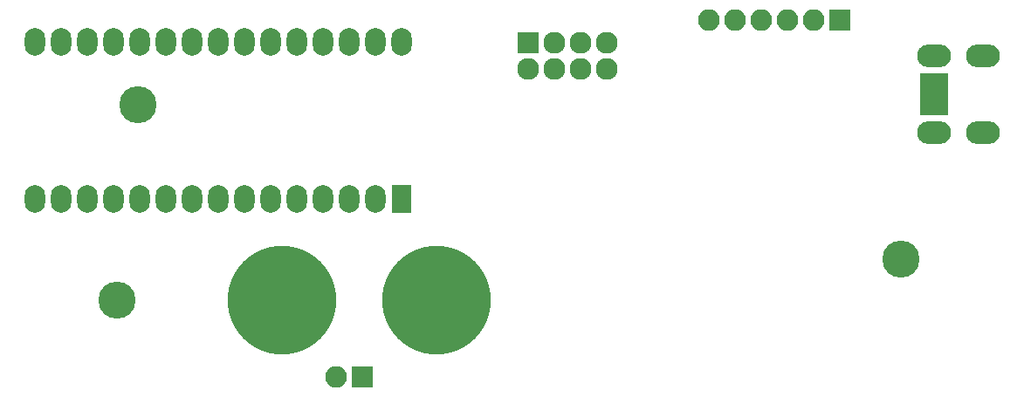
<source format=gbs>
G04 #@! TF.FileFunction,Soldermask,Bot*
%FSLAX46Y46*%
G04 Gerber Fmt 4.6, Leading zero omitted, Abs format (unit mm)*
G04 Created by KiCad (PCBNEW 4.0.7) date 12/02/17 18:35:54*
%MOMM*%
%LPD*%
G01*
G04 APERTURE LIST*
%ADD10C,0.100000*%
%ADD11O,2.127200X2.127200*%
%ADD12R,2.127200X2.127200*%
%ADD13R,2.100000X2.100000*%
%ADD14O,2.100000X2.100000*%
%ADD15C,3.600000*%
%ADD16R,2.700000X0.900000*%
%ADD17O,3.300000X2.200000*%
%ADD18R,1.974800X2.686000*%
%ADD19O,1.974800X2.686000*%
%ADD20C,10.560000*%
G04 APERTURE END LIST*
D10*
D11*
X111500000Y-54960000D03*
X111500000Y-57500000D03*
X108960000Y-54960000D03*
X108960000Y-57500000D03*
X106420000Y-54960000D03*
X106420000Y-57500000D03*
D12*
X103880000Y-54960000D03*
D11*
X103880000Y-57500000D03*
D13*
X134120000Y-52800000D03*
D14*
X131580000Y-52800000D03*
X129040000Y-52800000D03*
X126500000Y-52800000D03*
X123960000Y-52800000D03*
X121420000Y-52800000D03*
D15*
X64000000Y-80000000D03*
X140000000Y-76000000D03*
D16*
X143200000Y-58400000D03*
X143200000Y-59200000D03*
X143200000Y-60000000D03*
X143200000Y-60800000D03*
X143200000Y-61600000D03*
D17*
X143200000Y-56300000D03*
X143200000Y-63700000D03*
X147950000Y-63700000D03*
X147950000Y-56300000D03*
D18*
X91550000Y-70120000D03*
D19*
X89010000Y-70120000D03*
X86470000Y-70120000D03*
X83930000Y-70120000D03*
X81390000Y-70120000D03*
X78850000Y-70120000D03*
X76310000Y-70120000D03*
X73770000Y-70120000D03*
X71230000Y-70120000D03*
X68690000Y-70120000D03*
X66150000Y-70120000D03*
X63610000Y-70120000D03*
X61070000Y-70120000D03*
X58530000Y-70120000D03*
X55990000Y-70120000D03*
X55990000Y-54880000D03*
X58530000Y-54880000D03*
X61070000Y-54880000D03*
X63610000Y-54880000D03*
X66150000Y-54880000D03*
X68690000Y-54880000D03*
X71230000Y-54880000D03*
X73770000Y-54880000D03*
X76310000Y-54880000D03*
X78850000Y-54880000D03*
X81390000Y-54880000D03*
X83930000Y-54880000D03*
X86470000Y-54880000D03*
X89010000Y-54880000D03*
X91550000Y-54880000D03*
D15*
X66000000Y-61000000D03*
D20*
X95000000Y-80000000D03*
X80000000Y-80000000D03*
D13*
X87800000Y-87400000D03*
D14*
X85260000Y-87400000D03*
M02*

</source>
